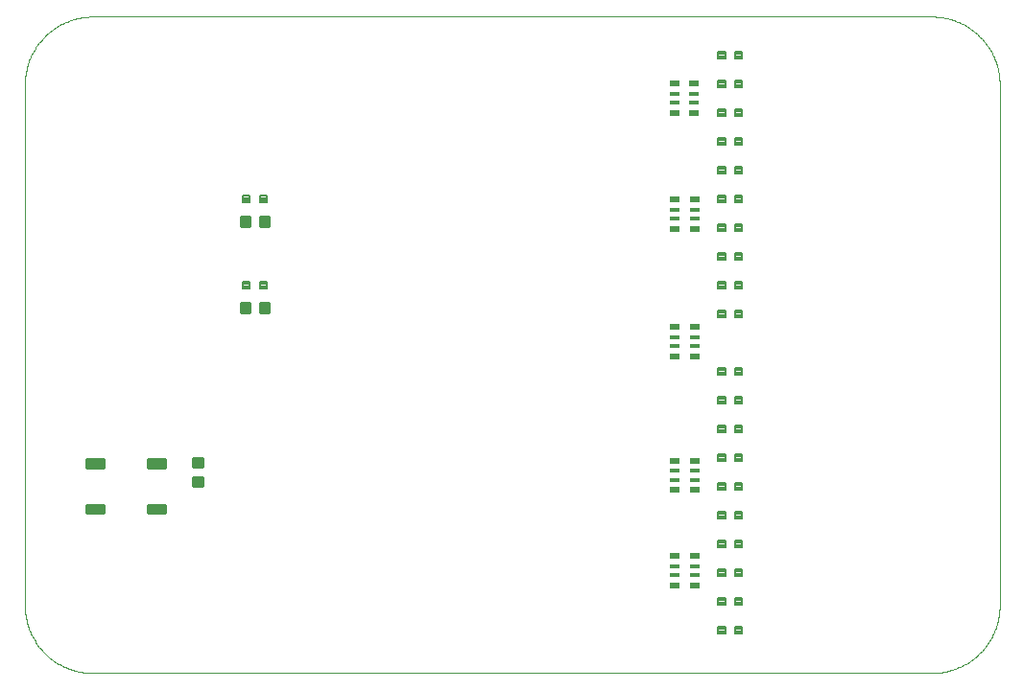
<source format=gtp>
G75*
%MOIN*%
%OFA0B0*%
%FSLAX25Y25*%
%IPPOS*%
%LPD*%
%AMOC8*
5,1,8,0,0,1.08239X$1,22.5*
%
%ADD10C,0.00300*%
%ADD11C,0.00984*%
%ADD12C,0.00787*%
%ADD13R,0.03445X0.02362*%
%ADD14R,0.03740X0.01575*%
D10*
X0024922Y0001300D02*
X0316261Y0001300D01*
X0316832Y0001307D01*
X0317402Y0001328D01*
X0317972Y0001362D01*
X0318541Y0001410D01*
X0319108Y0001472D01*
X0319674Y0001548D01*
X0320238Y0001637D01*
X0320799Y0001740D01*
X0321358Y0001857D01*
X0321914Y0001986D01*
X0322467Y0002130D01*
X0323016Y0002286D01*
X0323561Y0002456D01*
X0324101Y0002639D01*
X0324637Y0002835D01*
X0325169Y0003044D01*
X0325695Y0003266D01*
X0326215Y0003500D01*
X0326730Y0003747D01*
X0327239Y0004006D01*
X0327741Y0004277D01*
X0328236Y0004561D01*
X0328725Y0004856D01*
X0329206Y0005163D01*
X0329680Y0005481D01*
X0330146Y0005811D01*
X0330603Y0006152D01*
X0331053Y0006505D01*
X0331493Y0006867D01*
X0331925Y0007241D01*
X0332348Y0007624D01*
X0332761Y0008018D01*
X0333165Y0008422D01*
X0333559Y0008835D01*
X0333942Y0009258D01*
X0334316Y0009690D01*
X0334678Y0010130D01*
X0335031Y0010580D01*
X0335372Y0011037D01*
X0335702Y0011503D01*
X0336020Y0011977D01*
X0336327Y0012458D01*
X0336622Y0012947D01*
X0336906Y0013442D01*
X0337177Y0013944D01*
X0337436Y0014453D01*
X0337683Y0014968D01*
X0337917Y0015488D01*
X0338139Y0016014D01*
X0338348Y0016546D01*
X0338544Y0017082D01*
X0338727Y0017622D01*
X0338897Y0018167D01*
X0339053Y0018716D01*
X0339197Y0019269D01*
X0339326Y0019825D01*
X0339443Y0020384D01*
X0339546Y0020945D01*
X0339635Y0021509D01*
X0339711Y0022075D01*
X0339773Y0022642D01*
X0339821Y0023211D01*
X0339855Y0023781D01*
X0339876Y0024351D01*
X0339883Y0024922D01*
X0339883Y0206024D01*
X0339876Y0206595D01*
X0339855Y0207165D01*
X0339821Y0207735D01*
X0339773Y0208304D01*
X0339711Y0208871D01*
X0339635Y0209437D01*
X0339546Y0210001D01*
X0339443Y0210562D01*
X0339326Y0211121D01*
X0339197Y0211677D01*
X0339053Y0212230D01*
X0338897Y0212779D01*
X0338727Y0213324D01*
X0338544Y0213864D01*
X0338348Y0214400D01*
X0338139Y0214932D01*
X0337917Y0215458D01*
X0337683Y0215978D01*
X0337436Y0216493D01*
X0337177Y0217002D01*
X0336906Y0217504D01*
X0336622Y0217999D01*
X0336327Y0218488D01*
X0336020Y0218969D01*
X0335702Y0219443D01*
X0335372Y0219909D01*
X0335031Y0220366D01*
X0334678Y0220816D01*
X0334316Y0221256D01*
X0333942Y0221688D01*
X0333559Y0222111D01*
X0333165Y0222524D01*
X0332761Y0222928D01*
X0332348Y0223322D01*
X0331925Y0223705D01*
X0331493Y0224079D01*
X0331053Y0224441D01*
X0330603Y0224794D01*
X0330146Y0225135D01*
X0329680Y0225465D01*
X0329206Y0225783D01*
X0328725Y0226090D01*
X0328236Y0226385D01*
X0327741Y0226669D01*
X0327239Y0226940D01*
X0326730Y0227199D01*
X0326215Y0227446D01*
X0325695Y0227680D01*
X0325169Y0227902D01*
X0324637Y0228111D01*
X0324101Y0228307D01*
X0323561Y0228490D01*
X0323016Y0228660D01*
X0322467Y0228816D01*
X0321914Y0228960D01*
X0321358Y0229089D01*
X0320799Y0229206D01*
X0320238Y0229309D01*
X0319674Y0229398D01*
X0319108Y0229474D01*
X0318541Y0229536D01*
X0317972Y0229584D01*
X0317402Y0229618D01*
X0316832Y0229639D01*
X0316261Y0229646D01*
X0024922Y0229646D01*
X0024351Y0229639D01*
X0023781Y0229618D01*
X0023211Y0229584D01*
X0022642Y0229536D01*
X0022075Y0229474D01*
X0021509Y0229398D01*
X0020945Y0229309D01*
X0020384Y0229206D01*
X0019825Y0229089D01*
X0019269Y0228960D01*
X0018716Y0228816D01*
X0018167Y0228660D01*
X0017622Y0228490D01*
X0017082Y0228307D01*
X0016546Y0228111D01*
X0016014Y0227902D01*
X0015488Y0227680D01*
X0014968Y0227446D01*
X0014453Y0227199D01*
X0013944Y0226940D01*
X0013442Y0226669D01*
X0012947Y0226385D01*
X0012458Y0226090D01*
X0011977Y0225783D01*
X0011503Y0225465D01*
X0011037Y0225135D01*
X0010580Y0224794D01*
X0010130Y0224441D01*
X0009690Y0224079D01*
X0009258Y0223705D01*
X0008835Y0223322D01*
X0008422Y0222928D01*
X0008018Y0222524D01*
X0007624Y0222111D01*
X0007241Y0221688D01*
X0006867Y0221256D01*
X0006505Y0220816D01*
X0006152Y0220366D01*
X0005811Y0219909D01*
X0005481Y0219443D01*
X0005163Y0218969D01*
X0004856Y0218488D01*
X0004561Y0217999D01*
X0004277Y0217504D01*
X0004006Y0217002D01*
X0003747Y0216493D01*
X0003500Y0215978D01*
X0003266Y0215458D01*
X0003044Y0214932D01*
X0002835Y0214400D01*
X0002639Y0213864D01*
X0002456Y0213324D01*
X0002286Y0212779D01*
X0002130Y0212230D01*
X0001986Y0211677D01*
X0001857Y0211121D01*
X0001740Y0210562D01*
X0001637Y0210001D01*
X0001548Y0209437D01*
X0001472Y0208871D01*
X0001410Y0208304D01*
X0001362Y0207735D01*
X0001328Y0207165D01*
X0001307Y0206595D01*
X0001300Y0206024D01*
X0001300Y0024922D01*
X0001307Y0024351D01*
X0001328Y0023781D01*
X0001362Y0023211D01*
X0001410Y0022642D01*
X0001472Y0022075D01*
X0001548Y0021509D01*
X0001637Y0020945D01*
X0001740Y0020384D01*
X0001857Y0019825D01*
X0001986Y0019269D01*
X0002130Y0018716D01*
X0002286Y0018167D01*
X0002456Y0017622D01*
X0002639Y0017082D01*
X0002835Y0016546D01*
X0003044Y0016014D01*
X0003266Y0015488D01*
X0003500Y0014968D01*
X0003747Y0014453D01*
X0004006Y0013944D01*
X0004277Y0013442D01*
X0004561Y0012947D01*
X0004856Y0012458D01*
X0005163Y0011977D01*
X0005481Y0011503D01*
X0005811Y0011037D01*
X0006152Y0010580D01*
X0006505Y0010130D01*
X0006867Y0009690D01*
X0007241Y0009258D01*
X0007624Y0008835D01*
X0008018Y0008422D01*
X0008422Y0008018D01*
X0008835Y0007624D01*
X0009258Y0007241D01*
X0009690Y0006867D01*
X0010130Y0006505D01*
X0010580Y0006152D01*
X0011037Y0005811D01*
X0011503Y0005481D01*
X0011977Y0005163D01*
X0012458Y0004856D01*
X0012947Y0004561D01*
X0013442Y0004277D01*
X0013944Y0004006D01*
X0014453Y0003747D01*
X0014968Y0003500D01*
X0015488Y0003266D01*
X0016014Y0003044D01*
X0016546Y0002835D01*
X0017082Y0002639D01*
X0017622Y0002456D01*
X0018167Y0002286D01*
X0018716Y0002130D01*
X0019269Y0001986D01*
X0019825Y0001857D01*
X0020384Y0001740D01*
X0020945Y0001637D01*
X0021509Y0001548D01*
X0022075Y0001472D01*
X0022642Y0001410D01*
X0023211Y0001362D01*
X0023781Y0001328D01*
X0024351Y0001307D01*
X0024922Y0001300D01*
D11*
X0022619Y0056950D02*
X0028721Y0056950D01*
X0022619Y0056950D02*
X0022619Y0059902D01*
X0028721Y0059902D01*
X0028721Y0056950D01*
X0028721Y0057885D02*
X0022619Y0057885D01*
X0022619Y0058820D02*
X0028721Y0058820D01*
X0028721Y0059755D02*
X0022619Y0059755D01*
X0022619Y0072698D02*
X0028721Y0072698D01*
X0022619Y0072698D02*
X0022619Y0075650D01*
X0028721Y0075650D01*
X0028721Y0072698D01*
X0028721Y0073633D02*
X0022619Y0073633D01*
X0022619Y0074568D02*
X0028721Y0074568D01*
X0028721Y0075503D02*
X0022619Y0075503D01*
X0043879Y0072698D02*
X0049981Y0072698D01*
X0043879Y0072698D02*
X0043879Y0075650D01*
X0049981Y0075650D01*
X0049981Y0072698D01*
X0049981Y0073633D02*
X0043879Y0073633D01*
X0043879Y0074568D02*
X0049981Y0074568D01*
X0049981Y0075503D02*
X0043879Y0075503D01*
X0059627Y0076122D02*
X0059627Y0073170D01*
X0059627Y0076122D02*
X0062973Y0076122D01*
X0062973Y0073170D01*
X0059627Y0073170D01*
X0059627Y0074105D02*
X0062973Y0074105D01*
X0062973Y0075040D02*
X0059627Y0075040D01*
X0059627Y0075975D02*
X0062973Y0075975D01*
X0059627Y0069430D02*
X0059627Y0066478D01*
X0059627Y0069430D02*
X0062973Y0069430D01*
X0062973Y0066478D01*
X0059627Y0066478D01*
X0059627Y0067413D02*
X0062973Y0067413D01*
X0062973Y0068348D02*
X0059627Y0068348D01*
X0059627Y0069283D02*
X0062973Y0069283D01*
X0049981Y0056950D02*
X0043879Y0056950D01*
X0043879Y0059902D01*
X0049981Y0059902D01*
X0049981Y0056950D01*
X0049981Y0057885D02*
X0043879Y0057885D01*
X0043879Y0058820D02*
X0049981Y0058820D01*
X0049981Y0059755D02*
X0043879Y0059755D01*
X0076399Y0126792D02*
X0079351Y0126792D01*
X0076399Y0126792D02*
X0076399Y0130138D01*
X0079351Y0130138D01*
X0079351Y0126792D01*
X0079351Y0127727D02*
X0076399Y0127727D01*
X0076399Y0128662D02*
X0079351Y0128662D01*
X0079351Y0129597D02*
X0076399Y0129597D01*
X0083092Y0126792D02*
X0086044Y0126792D01*
X0083092Y0126792D02*
X0083092Y0130138D01*
X0086044Y0130138D01*
X0086044Y0126792D01*
X0086044Y0127727D02*
X0083092Y0127727D01*
X0083092Y0128662D02*
X0086044Y0128662D01*
X0086044Y0129597D02*
X0083092Y0129597D01*
X0083092Y0156714D02*
X0086044Y0156714D01*
X0083092Y0156714D02*
X0083092Y0160060D01*
X0086044Y0160060D01*
X0086044Y0156714D01*
X0086044Y0157649D02*
X0083092Y0157649D01*
X0083092Y0158584D02*
X0086044Y0158584D01*
X0086044Y0159519D02*
X0083092Y0159519D01*
X0079351Y0156714D02*
X0076399Y0156714D01*
X0076399Y0160060D01*
X0079351Y0160060D01*
X0079351Y0156714D01*
X0079351Y0157649D02*
X0076399Y0157649D01*
X0076399Y0158584D02*
X0079351Y0158584D01*
X0079351Y0159519D02*
X0076399Y0159519D01*
D12*
X0077087Y0165079D02*
X0079451Y0165079D01*
X0077087Y0165079D02*
X0077087Y0167443D01*
X0079451Y0167443D01*
X0079451Y0165079D01*
X0079451Y0165827D02*
X0077087Y0165827D01*
X0077087Y0166575D02*
X0079451Y0166575D01*
X0079451Y0167323D02*
X0077087Y0167323D01*
X0082992Y0165079D02*
X0085356Y0165079D01*
X0082992Y0165079D02*
X0082992Y0167443D01*
X0085356Y0167443D01*
X0085356Y0165079D01*
X0085356Y0165827D02*
X0082992Y0165827D01*
X0082992Y0166575D02*
X0085356Y0166575D01*
X0085356Y0167323D02*
X0082992Y0167323D01*
X0082992Y0135157D02*
X0085356Y0135157D01*
X0082992Y0135157D02*
X0082992Y0137521D01*
X0085356Y0137521D01*
X0085356Y0135157D01*
X0085356Y0135905D02*
X0082992Y0135905D01*
X0082992Y0136653D02*
X0085356Y0136653D01*
X0085356Y0137401D02*
X0082992Y0137401D01*
X0079451Y0135157D02*
X0077087Y0135157D01*
X0077087Y0137521D01*
X0079451Y0137521D01*
X0079451Y0135157D01*
X0079451Y0135905D02*
X0077087Y0135905D01*
X0077087Y0136653D02*
X0079451Y0136653D01*
X0079451Y0137401D02*
X0077087Y0137401D01*
X0242165Y0137482D02*
X0244529Y0137482D01*
X0244529Y0135118D01*
X0242165Y0135118D01*
X0242165Y0137482D01*
X0242165Y0135866D02*
X0244529Y0135866D01*
X0244529Y0136614D02*
X0242165Y0136614D01*
X0242165Y0137362D02*
X0244529Y0137362D01*
X0248071Y0137482D02*
X0250435Y0137482D01*
X0250435Y0135118D01*
X0248071Y0135118D01*
X0248071Y0137482D01*
X0248071Y0135866D02*
X0250435Y0135866D01*
X0250435Y0136614D02*
X0248071Y0136614D01*
X0248071Y0137362D02*
X0250435Y0137362D01*
X0250435Y0147482D02*
X0248071Y0147482D01*
X0250435Y0147482D02*
X0250435Y0145118D01*
X0248071Y0145118D01*
X0248071Y0147482D01*
X0248071Y0145866D02*
X0250435Y0145866D01*
X0250435Y0146614D02*
X0248071Y0146614D01*
X0248071Y0147362D02*
X0250435Y0147362D01*
X0244529Y0147482D02*
X0242165Y0147482D01*
X0244529Y0147482D02*
X0244529Y0145118D01*
X0242165Y0145118D01*
X0242165Y0147482D01*
X0242165Y0145866D02*
X0244529Y0145866D01*
X0244529Y0146614D02*
X0242165Y0146614D01*
X0242165Y0147362D02*
X0244529Y0147362D01*
X0244529Y0157482D02*
X0242165Y0157482D01*
X0244529Y0157482D02*
X0244529Y0155118D01*
X0242165Y0155118D01*
X0242165Y0157482D01*
X0242165Y0155866D02*
X0244529Y0155866D01*
X0244529Y0156614D02*
X0242165Y0156614D01*
X0242165Y0157362D02*
X0244529Y0157362D01*
X0248071Y0157482D02*
X0250435Y0157482D01*
X0250435Y0155118D01*
X0248071Y0155118D01*
X0248071Y0157482D01*
X0248071Y0155866D02*
X0250435Y0155866D01*
X0250435Y0156614D02*
X0248071Y0156614D01*
X0248071Y0157362D02*
X0250435Y0157362D01*
X0250435Y0167482D02*
X0248071Y0167482D01*
X0250435Y0167482D02*
X0250435Y0165118D01*
X0248071Y0165118D01*
X0248071Y0167482D01*
X0248071Y0165866D02*
X0250435Y0165866D01*
X0250435Y0166614D02*
X0248071Y0166614D01*
X0248071Y0167362D02*
X0250435Y0167362D01*
X0244529Y0167482D02*
X0242165Y0167482D01*
X0244529Y0167482D02*
X0244529Y0165118D01*
X0242165Y0165118D01*
X0242165Y0167482D01*
X0242165Y0165866D02*
X0244529Y0165866D01*
X0244529Y0166614D02*
X0242165Y0166614D01*
X0242165Y0167362D02*
X0244529Y0167362D01*
X0244529Y0177482D02*
X0242165Y0177482D01*
X0244529Y0177482D02*
X0244529Y0175118D01*
X0242165Y0175118D01*
X0242165Y0177482D01*
X0242165Y0175866D02*
X0244529Y0175866D01*
X0244529Y0176614D02*
X0242165Y0176614D01*
X0242165Y0177362D02*
X0244529Y0177362D01*
X0248071Y0177482D02*
X0250435Y0177482D01*
X0250435Y0175118D01*
X0248071Y0175118D01*
X0248071Y0177482D01*
X0248071Y0175866D02*
X0250435Y0175866D01*
X0250435Y0176614D02*
X0248071Y0176614D01*
X0248071Y0177362D02*
X0250435Y0177362D01*
X0250435Y0187482D02*
X0248071Y0187482D01*
X0250435Y0187482D02*
X0250435Y0185118D01*
X0248071Y0185118D01*
X0248071Y0187482D01*
X0248071Y0185866D02*
X0250435Y0185866D01*
X0250435Y0186614D02*
X0248071Y0186614D01*
X0248071Y0187362D02*
X0250435Y0187362D01*
X0244529Y0187482D02*
X0242165Y0187482D01*
X0244529Y0187482D02*
X0244529Y0185118D01*
X0242165Y0185118D01*
X0242165Y0187482D01*
X0242165Y0185866D02*
X0244529Y0185866D01*
X0244529Y0186614D02*
X0242165Y0186614D01*
X0242165Y0187362D02*
X0244529Y0187362D01*
X0244529Y0197482D02*
X0242165Y0197482D01*
X0244529Y0197482D02*
X0244529Y0195118D01*
X0242165Y0195118D01*
X0242165Y0197482D01*
X0242165Y0195866D02*
X0244529Y0195866D01*
X0244529Y0196614D02*
X0242165Y0196614D01*
X0242165Y0197362D02*
X0244529Y0197362D01*
X0248071Y0197482D02*
X0250435Y0197482D01*
X0250435Y0195118D01*
X0248071Y0195118D01*
X0248071Y0197482D01*
X0248071Y0195866D02*
X0250435Y0195866D01*
X0250435Y0196614D02*
X0248071Y0196614D01*
X0248071Y0197362D02*
X0250435Y0197362D01*
X0250435Y0207482D02*
X0248071Y0207482D01*
X0250435Y0207482D02*
X0250435Y0205118D01*
X0248071Y0205118D01*
X0248071Y0207482D01*
X0248071Y0205866D02*
X0250435Y0205866D01*
X0250435Y0206614D02*
X0248071Y0206614D01*
X0248071Y0207362D02*
X0250435Y0207362D01*
X0244529Y0207482D02*
X0242165Y0207482D01*
X0244529Y0207482D02*
X0244529Y0205118D01*
X0242165Y0205118D01*
X0242165Y0207482D01*
X0242165Y0205866D02*
X0244529Y0205866D01*
X0244529Y0206614D02*
X0242165Y0206614D01*
X0242165Y0207362D02*
X0244529Y0207362D01*
X0244529Y0217482D02*
X0242165Y0217482D01*
X0244529Y0217482D02*
X0244529Y0215118D01*
X0242165Y0215118D01*
X0242165Y0217482D01*
X0242165Y0215866D02*
X0244529Y0215866D01*
X0244529Y0216614D02*
X0242165Y0216614D01*
X0242165Y0217362D02*
X0244529Y0217362D01*
X0248071Y0217482D02*
X0250435Y0217482D01*
X0250435Y0215118D01*
X0248071Y0215118D01*
X0248071Y0217482D01*
X0248071Y0215866D02*
X0250435Y0215866D01*
X0250435Y0216614D02*
X0248071Y0216614D01*
X0248071Y0217362D02*
X0250435Y0217362D01*
X0250435Y0127482D02*
X0248071Y0127482D01*
X0250435Y0127482D02*
X0250435Y0125118D01*
X0248071Y0125118D01*
X0248071Y0127482D01*
X0248071Y0125866D02*
X0250435Y0125866D01*
X0250435Y0126614D02*
X0248071Y0126614D01*
X0248071Y0127362D02*
X0250435Y0127362D01*
X0244529Y0127482D02*
X0242165Y0127482D01*
X0244529Y0127482D02*
X0244529Y0125118D01*
X0242165Y0125118D01*
X0242165Y0127482D01*
X0242165Y0125866D02*
X0244529Y0125866D01*
X0244529Y0126614D02*
X0242165Y0126614D01*
X0242165Y0127362D02*
X0244529Y0127362D01*
X0244529Y0107482D02*
X0242165Y0107482D01*
X0244529Y0107482D02*
X0244529Y0105118D01*
X0242165Y0105118D01*
X0242165Y0107482D01*
X0242165Y0105866D02*
X0244529Y0105866D01*
X0244529Y0106614D02*
X0242165Y0106614D01*
X0242165Y0107362D02*
X0244529Y0107362D01*
X0248071Y0107482D02*
X0250435Y0107482D01*
X0250435Y0105118D01*
X0248071Y0105118D01*
X0248071Y0107482D01*
X0248071Y0105866D02*
X0250435Y0105866D01*
X0250435Y0106614D02*
X0248071Y0106614D01*
X0248071Y0107362D02*
X0250435Y0107362D01*
X0250435Y0097482D02*
X0248071Y0097482D01*
X0250435Y0097482D02*
X0250435Y0095118D01*
X0248071Y0095118D01*
X0248071Y0097482D01*
X0248071Y0095866D02*
X0250435Y0095866D01*
X0250435Y0096614D02*
X0248071Y0096614D01*
X0248071Y0097362D02*
X0250435Y0097362D01*
X0244529Y0097482D02*
X0242165Y0097482D01*
X0244529Y0097482D02*
X0244529Y0095118D01*
X0242165Y0095118D01*
X0242165Y0097482D01*
X0242165Y0095866D02*
X0244529Y0095866D01*
X0244529Y0096614D02*
X0242165Y0096614D01*
X0242165Y0097362D02*
X0244529Y0097362D01*
X0244529Y0087482D02*
X0242165Y0087482D01*
X0244529Y0087482D02*
X0244529Y0085118D01*
X0242165Y0085118D01*
X0242165Y0087482D01*
X0242165Y0085866D02*
X0244529Y0085866D01*
X0244529Y0086614D02*
X0242165Y0086614D01*
X0242165Y0087362D02*
X0244529Y0087362D01*
X0248071Y0087482D02*
X0250435Y0087482D01*
X0250435Y0085118D01*
X0248071Y0085118D01*
X0248071Y0087482D01*
X0248071Y0085866D02*
X0250435Y0085866D01*
X0250435Y0086614D02*
X0248071Y0086614D01*
X0248071Y0087362D02*
X0250435Y0087362D01*
X0250435Y0077482D02*
X0248071Y0077482D01*
X0250435Y0077482D02*
X0250435Y0075118D01*
X0248071Y0075118D01*
X0248071Y0077482D01*
X0248071Y0075866D02*
X0250435Y0075866D01*
X0250435Y0076614D02*
X0248071Y0076614D01*
X0248071Y0077362D02*
X0250435Y0077362D01*
X0244529Y0077482D02*
X0242165Y0077482D01*
X0244529Y0077482D02*
X0244529Y0075118D01*
X0242165Y0075118D01*
X0242165Y0077482D01*
X0242165Y0075866D02*
X0244529Y0075866D01*
X0244529Y0076614D02*
X0242165Y0076614D01*
X0242165Y0077362D02*
X0244529Y0077362D01*
X0244529Y0067482D02*
X0242165Y0067482D01*
X0244529Y0067482D02*
X0244529Y0065118D01*
X0242165Y0065118D01*
X0242165Y0067482D01*
X0242165Y0065866D02*
X0244529Y0065866D01*
X0244529Y0066614D02*
X0242165Y0066614D01*
X0242165Y0067362D02*
X0244529Y0067362D01*
X0248071Y0067482D02*
X0250435Y0067482D01*
X0250435Y0065118D01*
X0248071Y0065118D01*
X0248071Y0067482D01*
X0248071Y0065866D02*
X0250435Y0065866D01*
X0250435Y0066614D02*
X0248071Y0066614D01*
X0248071Y0067362D02*
X0250435Y0067362D01*
X0250435Y0057482D02*
X0248071Y0057482D01*
X0250435Y0057482D02*
X0250435Y0055118D01*
X0248071Y0055118D01*
X0248071Y0057482D01*
X0248071Y0055866D02*
X0250435Y0055866D01*
X0250435Y0056614D02*
X0248071Y0056614D01*
X0248071Y0057362D02*
X0250435Y0057362D01*
X0244529Y0057482D02*
X0242165Y0057482D01*
X0244529Y0057482D02*
X0244529Y0055118D01*
X0242165Y0055118D01*
X0242165Y0057482D01*
X0242165Y0055866D02*
X0244529Y0055866D01*
X0244529Y0056614D02*
X0242165Y0056614D01*
X0242165Y0057362D02*
X0244529Y0057362D01*
X0244529Y0047482D02*
X0242165Y0047482D01*
X0244529Y0047482D02*
X0244529Y0045118D01*
X0242165Y0045118D01*
X0242165Y0047482D01*
X0242165Y0045866D02*
X0244529Y0045866D01*
X0244529Y0046614D02*
X0242165Y0046614D01*
X0242165Y0047362D02*
X0244529Y0047362D01*
X0248071Y0047482D02*
X0250435Y0047482D01*
X0250435Y0045118D01*
X0248071Y0045118D01*
X0248071Y0047482D01*
X0248071Y0045866D02*
X0250435Y0045866D01*
X0250435Y0046614D02*
X0248071Y0046614D01*
X0248071Y0047362D02*
X0250435Y0047362D01*
X0250435Y0037482D02*
X0248071Y0037482D01*
X0250435Y0037482D02*
X0250435Y0035118D01*
X0248071Y0035118D01*
X0248071Y0037482D01*
X0248071Y0035866D02*
X0250435Y0035866D01*
X0250435Y0036614D02*
X0248071Y0036614D01*
X0248071Y0037362D02*
X0250435Y0037362D01*
X0244529Y0037482D02*
X0242165Y0037482D01*
X0244529Y0037482D02*
X0244529Y0035118D01*
X0242165Y0035118D01*
X0242165Y0037482D01*
X0242165Y0035866D02*
X0244529Y0035866D01*
X0244529Y0036614D02*
X0242165Y0036614D01*
X0242165Y0037362D02*
X0244529Y0037362D01*
X0244529Y0027482D02*
X0242165Y0027482D01*
X0244529Y0027482D02*
X0244529Y0025118D01*
X0242165Y0025118D01*
X0242165Y0027482D01*
X0242165Y0025866D02*
X0244529Y0025866D01*
X0244529Y0026614D02*
X0242165Y0026614D01*
X0242165Y0027362D02*
X0244529Y0027362D01*
X0248071Y0027482D02*
X0250435Y0027482D01*
X0250435Y0025118D01*
X0248071Y0025118D01*
X0248071Y0027482D01*
X0248071Y0025866D02*
X0250435Y0025866D01*
X0250435Y0026614D02*
X0248071Y0026614D01*
X0248071Y0027362D02*
X0250435Y0027362D01*
X0250435Y0017482D02*
X0248071Y0017482D01*
X0250435Y0017482D02*
X0250435Y0015118D01*
X0248071Y0015118D01*
X0248071Y0017482D01*
X0248071Y0015866D02*
X0250435Y0015866D01*
X0250435Y0016614D02*
X0248071Y0016614D01*
X0248071Y0017362D02*
X0250435Y0017362D01*
X0244529Y0017482D02*
X0242165Y0017482D01*
X0244529Y0017482D02*
X0244529Y0015118D01*
X0242165Y0015118D01*
X0242165Y0017482D01*
X0242165Y0015866D02*
X0244529Y0015866D01*
X0244529Y0016614D02*
X0242165Y0016614D01*
X0242165Y0017362D02*
X0244529Y0017362D01*
D13*
X0233871Y0031772D03*
X0226981Y0031772D03*
X0226981Y0042009D03*
X0233871Y0042009D03*
X0233934Y0064985D03*
X0227044Y0064985D03*
X0227044Y0075221D03*
X0233934Y0075221D03*
X0233934Y0111513D03*
X0227044Y0111513D03*
X0227044Y0121749D03*
X0233934Y0121749D03*
X0233934Y0155851D03*
X0227044Y0155851D03*
X0227044Y0166087D03*
X0233934Y0166087D03*
X0233745Y0196182D03*
X0226855Y0196182D03*
X0226855Y0206418D03*
X0233745Y0206418D03*
D14*
X0233745Y0202875D03*
X0233745Y0199725D03*
X0226855Y0199725D03*
X0226855Y0202875D03*
X0227044Y0162544D03*
X0227044Y0159394D03*
X0233934Y0159394D03*
X0233934Y0162544D03*
X0233934Y0118206D03*
X0233934Y0115056D03*
X0227044Y0115056D03*
X0227044Y0118206D03*
X0227044Y0071678D03*
X0227044Y0068528D03*
X0233934Y0068528D03*
X0233934Y0071678D03*
X0233871Y0038465D03*
X0233871Y0035316D03*
X0226981Y0035316D03*
X0226981Y0038465D03*
M02*

</source>
